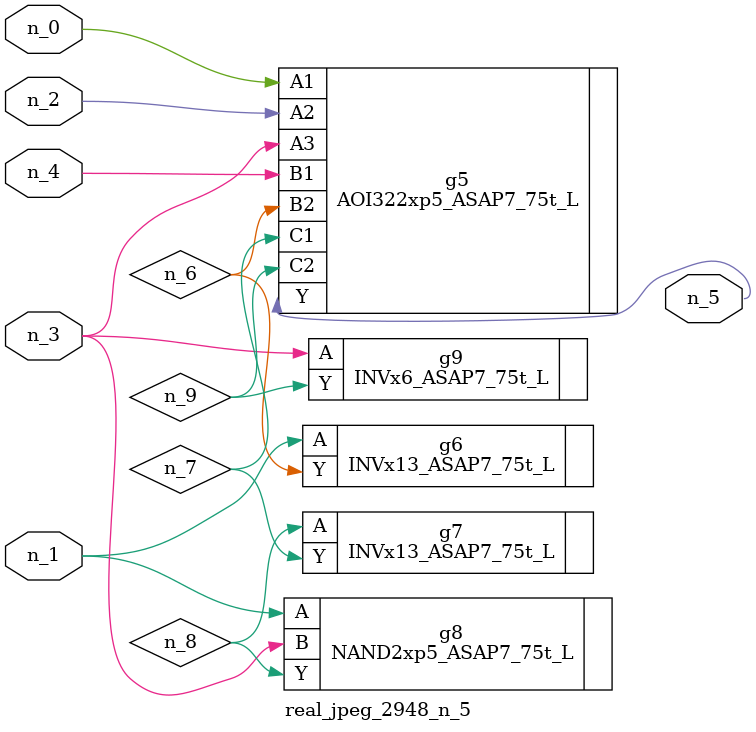
<source format=v>
module real_jpeg_2948_n_5 (n_4, n_0, n_1, n_2, n_3, n_5);

input n_4;
input n_0;
input n_1;
input n_2;
input n_3;

output n_5;

wire n_8;
wire n_6;
wire n_7;
wire n_9;

AOI322xp5_ASAP7_75t_L g5 ( 
.A1(n_0),
.A2(n_2),
.A3(n_3),
.B1(n_4),
.B2(n_6),
.C1(n_7),
.C2(n_9),
.Y(n_5)
);

INVx13_ASAP7_75t_L g6 ( 
.A(n_1),
.Y(n_6)
);

NAND2xp5_ASAP7_75t_L g8 ( 
.A(n_1),
.B(n_3),
.Y(n_8)
);

INVx6_ASAP7_75t_L g9 ( 
.A(n_3),
.Y(n_9)
);

INVx13_ASAP7_75t_L g7 ( 
.A(n_8),
.Y(n_7)
);


endmodule
</source>
